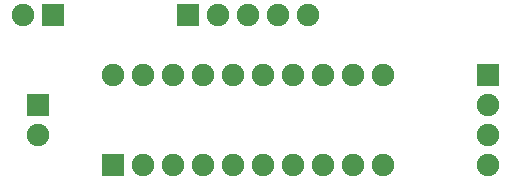
<source format=gbr>
G04 #@! TF.FileFunction,Soldermask,Top*
%FSLAX46Y46*%
G04 Gerber Fmt 4.6, Leading zero omitted, Abs format (unit mm)*
G04 Created by KiCad (PCBNEW 4.0.5+dfsg1-4+deb9u1) date Sun Sep  4 20:07:11 2022*
%MOMM*%
%LPD*%
G01*
G04 APERTURE LIST*
%ADD10C,0.100000*%
%ADD11R,1.905000X1.905000*%
%ADD12C,1.905000*%
G04 APERTURE END LIST*
D10*
D11*
X132080000Y-99695000D03*
D12*
X132080000Y-102235000D03*
D11*
X138430000Y-104775000D03*
D12*
X140970000Y-104775000D03*
X143510000Y-104775000D03*
X146050000Y-104775000D03*
X148590000Y-104775000D03*
X151130000Y-104775000D03*
X153670000Y-104775000D03*
X156210000Y-104775000D03*
X158750000Y-104775000D03*
X161290000Y-104775000D03*
X161290000Y-97155000D03*
X158750000Y-97155000D03*
X156210000Y-97155000D03*
X153670000Y-97155000D03*
X151130000Y-97155000D03*
X148590000Y-97155000D03*
X146050000Y-97155000D03*
X143510000Y-97155000D03*
X140970000Y-97155000D03*
X138430000Y-97155000D03*
D11*
X144780000Y-92075000D03*
D12*
X147320000Y-92075000D03*
X149860000Y-92075000D03*
X152400000Y-92075000D03*
X154940000Y-92075000D03*
D11*
X170180000Y-97155000D03*
D12*
X170180000Y-99695000D03*
X170180000Y-102235000D03*
X170180000Y-104775000D03*
D11*
X133350000Y-92075000D03*
D12*
X130810000Y-92075000D03*
M02*

</source>
